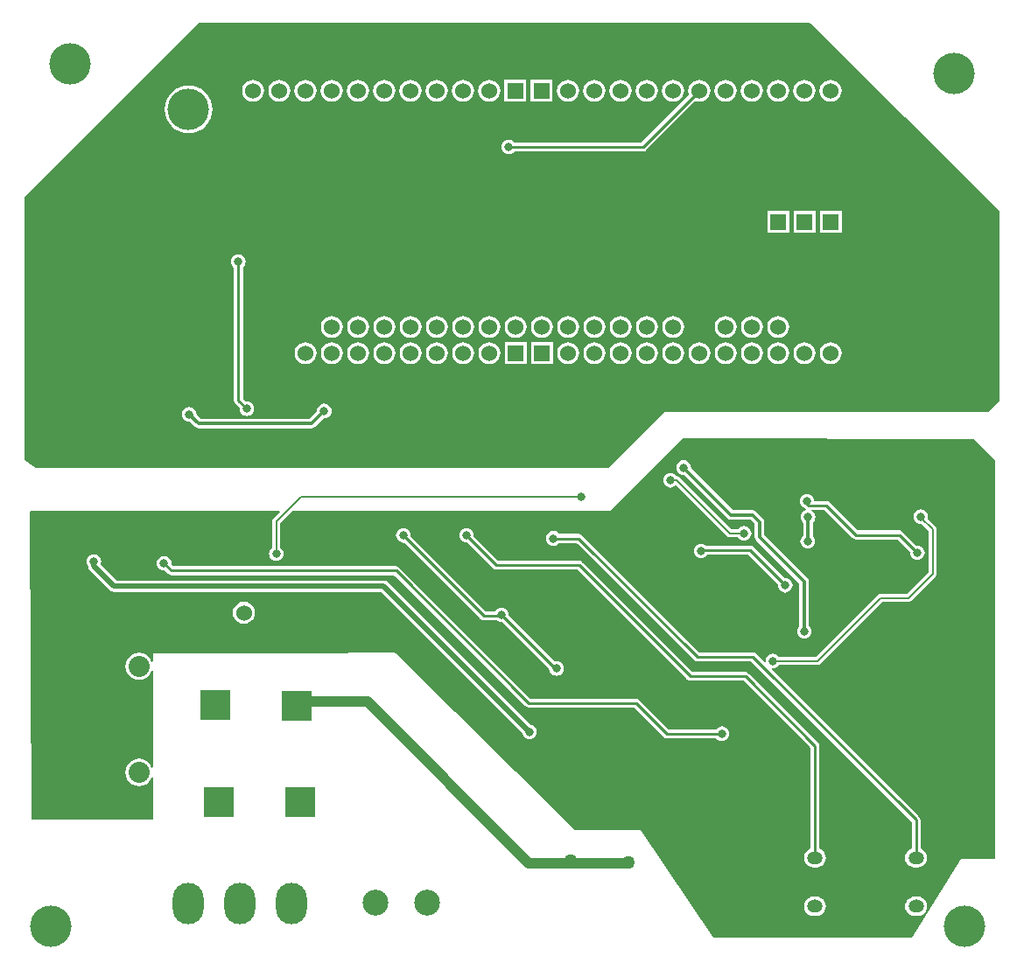
<source format=gbl>
G04*
G04 #@! TF.GenerationSoftware,Altium Limited,Altium Designer,18.0.12 (696)*
G04*
G04 Layer_Physical_Order=2*
G04 Layer_Color=16711680*
%FSLAX25Y25*%
%MOIN*%
G70*
G01*
G75*
%ADD10C,0.01000*%
%ADD47C,0.03937*%
%ADD48C,0.01181*%
%ADD49C,0.01968*%
%ADD50C,0.00600*%
%ADD51C,0.09843*%
%ADD52O,0.11811X0.15748*%
%ADD53R,0.11811X0.11811*%
%ADD54C,0.06000*%
%ADD55C,0.08000*%
%ADD56O,0.06000X0.05000*%
%ADD57R,0.06000X0.06000*%
%ADD58C,0.15748*%
%ADD59C,0.03150*%
%ADD60C,0.05000*%
G36*
X365200Y177400D02*
X365286Y156767D01*
Y105186D01*
X360900Y100800D01*
X237800D01*
X216400Y79400D01*
X-1700D01*
X-6100Y82400D01*
Y182800D01*
X60500Y249300D01*
X292800D01*
X365200Y177400D01*
D02*
G37*
G36*
X355400Y90700D02*
X363700Y82400D01*
Y-69500D01*
X350700D01*
X331900Y-99400D01*
X256400D01*
X228500Y-58500D01*
X203500D01*
X135000Y9200D01*
X99700Y8900D01*
X42900D01*
X42895Y5795D01*
X42405Y5698D01*
X42026Y6613D01*
X41195Y7695D01*
X40113Y8526D01*
X38853Y9048D01*
X37500Y9226D01*
X36147Y9048D01*
X34887Y8526D01*
X33805Y7695D01*
X32974Y6613D01*
X32452Y5353D01*
X32274Y4000D01*
X32452Y2647D01*
X32974Y1387D01*
X33805Y305D01*
X34887Y-526D01*
X36147Y-1048D01*
X37500Y-1226D01*
X38853Y-1048D01*
X40113Y-526D01*
X41195Y305D01*
X42026Y1387D01*
X42399Y2289D01*
X42889Y2191D01*
X42831Y-34551D01*
X42341Y-34648D01*
X42026Y-33887D01*
X41195Y-32805D01*
X40113Y-31974D01*
X38853Y-31452D01*
X37500Y-31274D01*
X36147Y-31452D01*
X34887Y-31974D01*
X33805Y-32805D01*
X32974Y-33887D01*
X32452Y-35148D01*
X32274Y-36500D01*
X32452Y-37853D01*
X32974Y-39113D01*
X33805Y-40195D01*
X34887Y-41026D01*
X36147Y-41548D01*
X37500Y-41726D01*
X38853Y-41548D01*
X40113Y-41026D01*
X41195Y-40195D01*
X42026Y-39113D01*
X42335Y-38366D01*
X42825Y-38464D01*
X42800Y-54400D01*
X36500D01*
X-3497Y-54287D01*
X-3999Y62846D01*
X-3646Y63200D01*
X91011D01*
X91202Y62738D01*
X88732Y60268D01*
X88405Y59778D01*
X88290Y59200D01*
X88290Y59200D01*
Y49215D01*
X87835Y48866D01*
X87393Y48290D01*
X87115Y47619D01*
X87020Y46900D01*
X87115Y46181D01*
X87393Y45510D01*
X87835Y44934D01*
X88410Y44493D01*
X89081Y44215D01*
X89800Y44120D01*
X90519Y44215D01*
X91190Y44493D01*
X91765Y44934D01*
X92207Y45510D01*
X92485Y46181D01*
X92580Y46900D01*
X92485Y47619D01*
X92207Y48290D01*
X91765Y48866D01*
X91310Y49215D01*
Y58574D01*
X95936Y63200D01*
X217400D01*
X244700Y90800D01*
X355400Y90700D01*
D02*
G37*
%LPC*%
G36*
X195081Y227481D02*
X186719D01*
Y219119D01*
X195081D01*
Y227481D01*
D02*
G37*
G36*
X185081D02*
X176719D01*
Y219119D01*
X185081D01*
Y227481D01*
D02*
G37*
G36*
X300900Y227517D02*
X299809Y227374D01*
X298791Y226952D01*
X297918Y226282D01*
X297248Y225409D01*
X296827Y224392D01*
X296683Y223300D01*
X296827Y222208D01*
X297248Y221191D01*
X297918Y220318D01*
X298791Y219648D01*
X299809Y219227D01*
X300900Y219083D01*
X301992Y219227D01*
X303009Y219648D01*
X303882Y220318D01*
X304552Y221191D01*
X304974Y222208D01*
X305117Y223300D01*
X304974Y224392D01*
X304552Y225409D01*
X303882Y226282D01*
X303009Y226952D01*
X301992Y227374D01*
X300900Y227517D01*
D02*
G37*
G36*
X290900D02*
X289809Y227374D01*
X288791Y226952D01*
X287918Y226282D01*
X287248Y225409D01*
X286826Y224392D01*
X286683Y223300D01*
X286826Y222208D01*
X287248Y221191D01*
X287918Y220318D01*
X288791Y219648D01*
X289809Y219227D01*
X290900Y219083D01*
X291991Y219227D01*
X293009Y219648D01*
X293882Y220318D01*
X294552Y221191D01*
X294973Y222208D01*
X295117Y223300D01*
X294973Y224392D01*
X294552Y225409D01*
X293882Y226282D01*
X293009Y226952D01*
X291991Y227374D01*
X290900Y227517D01*
D02*
G37*
G36*
X280900D02*
X279808Y227374D01*
X278791Y226952D01*
X277918Y226282D01*
X277248Y225409D01*
X276827Y224392D01*
X276683Y223300D01*
X276827Y222208D01*
X277248Y221191D01*
X277918Y220318D01*
X278791Y219648D01*
X279808Y219227D01*
X280900Y219083D01*
X281992Y219227D01*
X283009Y219648D01*
X283882Y220318D01*
X284552Y221191D01*
X284974Y222208D01*
X285117Y223300D01*
X284974Y224392D01*
X284552Y225409D01*
X283882Y226282D01*
X283009Y226952D01*
X281992Y227374D01*
X280900Y227517D01*
D02*
G37*
G36*
X270900D02*
X269809Y227374D01*
X268791Y226952D01*
X267918Y226282D01*
X267248Y225409D01*
X266827Y224392D01*
X266683Y223300D01*
X266827Y222208D01*
X267248Y221191D01*
X267918Y220318D01*
X268791Y219648D01*
X269809Y219227D01*
X270900Y219083D01*
X271991Y219227D01*
X273009Y219648D01*
X273882Y220318D01*
X274552Y221191D01*
X274974Y222208D01*
X275117Y223300D01*
X274974Y224392D01*
X274552Y225409D01*
X273882Y226282D01*
X273009Y226952D01*
X271991Y227374D01*
X270900Y227517D01*
D02*
G37*
G36*
X260900D02*
X259808Y227374D01*
X258791Y226952D01*
X257918Y226282D01*
X257248Y225409D01*
X256826Y224392D01*
X256683Y223300D01*
X256826Y222208D01*
X257248Y221191D01*
X257918Y220318D01*
X258791Y219648D01*
X259808Y219227D01*
X260900Y219083D01*
X261992Y219227D01*
X263009Y219648D01*
X263882Y220318D01*
X264552Y221191D01*
X264973Y222208D01*
X265117Y223300D01*
X264973Y224392D01*
X264552Y225409D01*
X263882Y226282D01*
X263009Y226952D01*
X261992Y227374D01*
X260900Y227517D01*
D02*
G37*
G36*
X250900D02*
X249809Y227374D01*
X248791Y226952D01*
X247918Y226282D01*
X247248Y225409D01*
X246827Y224392D01*
X246683Y223300D01*
X246827Y222208D01*
X246990Y221814D01*
X228790Y203614D01*
X180559D01*
X180366Y203866D01*
X179790Y204307D01*
X179119Y204585D01*
X178400Y204680D01*
X177681Y204585D01*
X177010Y204307D01*
X176435Y203866D01*
X175993Y203290D01*
X175715Y202619D01*
X175620Y201900D01*
X175715Y201181D01*
X175993Y200510D01*
X176435Y199934D01*
X177010Y199493D01*
X177681Y199215D01*
X178400Y199120D01*
X179119Y199215D01*
X179790Y199493D01*
X180366Y199934D01*
X180559Y200186D01*
X229500D01*
X230156Y200316D01*
X230712Y200688D01*
X249414Y219390D01*
X249809Y219227D01*
X250900Y219083D01*
X251992Y219227D01*
X253009Y219648D01*
X253882Y220318D01*
X254552Y221191D01*
X254974Y222208D01*
X255117Y223300D01*
X254974Y224392D01*
X254552Y225409D01*
X253882Y226282D01*
X253009Y226952D01*
X251992Y227374D01*
X250900Y227517D01*
D02*
G37*
G36*
X240900D02*
X239809Y227374D01*
X238791Y226952D01*
X237918Y226282D01*
X237248Y225409D01*
X236826Y224392D01*
X236683Y223300D01*
X236826Y222208D01*
X237248Y221191D01*
X237918Y220318D01*
X238791Y219648D01*
X239809Y219227D01*
X240900Y219083D01*
X241991Y219227D01*
X243009Y219648D01*
X243882Y220318D01*
X244552Y221191D01*
X244973Y222208D01*
X245117Y223300D01*
X244973Y224392D01*
X244552Y225409D01*
X243882Y226282D01*
X243009Y226952D01*
X241991Y227374D01*
X240900Y227517D01*
D02*
G37*
G36*
X230900D02*
X229808Y227374D01*
X228791Y226952D01*
X227918Y226282D01*
X227248Y225409D01*
X226827Y224392D01*
X226683Y223300D01*
X226827Y222208D01*
X227248Y221191D01*
X227918Y220318D01*
X228791Y219648D01*
X229808Y219227D01*
X230900Y219083D01*
X231992Y219227D01*
X233009Y219648D01*
X233882Y220318D01*
X234552Y221191D01*
X234974Y222208D01*
X235117Y223300D01*
X234974Y224392D01*
X234552Y225409D01*
X233882Y226282D01*
X233009Y226952D01*
X231992Y227374D01*
X230900Y227517D01*
D02*
G37*
G36*
X220900D02*
X219809Y227374D01*
X218791Y226952D01*
X217918Y226282D01*
X217248Y225409D01*
X216827Y224392D01*
X216683Y223300D01*
X216827Y222208D01*
X217248Y221191D01*
X217918Y220318D01*
X218791Y219648D01*
X219809Y219227D01*
X220900Y219083D01*
X221991Y219227D01*
X223009Y219648D01*
X223882Y220318D01*
X224552Y221191D01*
X224974Y222208D01*
X225117Y223300D01*
X224974Y224392D01*
X224552Y225409D01*
X223882Y226282D01*
X223009Y226952D01*
X221991Y227374D01*
X220900Y227517D01*
D02*
G37*
G36*
X210900D02*
X209808Y227374D01*
X208791Y226952D01*
X207918Y226282D01*
X207248Y225409D01*
X206826Y224392D01*
X206683Y223300D01*
X206826Y222208D01*
X207248Y221191D01*
X207918Y220318D01*
X208791Y219648D01*
X209808Y219227D01*
X210900Y219083D01*
X211992Y219227D01*
X213009Y219648D01*
X213882Y220318D01*
X214552Y221191D01*
X214973Y222208D01*
X215117Y223300D01*
X214973Y224392D01*
X214552Y225409D01*
X213882Y226282D01*
X213009Y226952D01*
X211992Y227374D01*
X210900Y227517D01*
D02*
G37*
G36*
X200900D02*
X199809Y227374D01*
X198791Y226952D01*
X197918Y226282D01*
X197248Y225409D01*
X196827Y224392D01*
X196683Y223300D01*
X196827Y222208D01*
X197248Y221191D01*
X197918Y220318D01*
X198791Y219648D01*
X199809Y219227D01*
X200900Y219083D01*
X201992Y219227D01*
X203009Y219648D01*
X203882Y220318D01*
X204552Y221191D01*
X204974Y222208D01*
X205117Y223300D01*
X204974Y224392D01*
X204552Y225409D01*
X203882Y226282D01*
X203009Y226952D01*
X201992Y227374D01*
X200900Y227517D01*
D02*
G37*
G36*
X170900D02*
X169808Y227374D01*
X168791Y226952D01*
X167918Y226282D01*
X167248Y225409D01*
X166826Y224392D01*
X166683Y223300D01*
X166826Y222208D01*
X167248Y221191D01*
X167918Y220318D01*
X168791Y219648D01*
X169808Y219227D01*
X170900Y219083D01*
X171992Y219227D01*
X173009Y219648D01*
X173882Y220318D01*
X174552Y221191D01*
X174973Y222208D01*
X175117Y223300D01*
X174973Y224392D01*
X174552Y225409D01*
X173882Y226282D01*
X173009Y226952D01*
X171992Y227374D01*
X170900Y227517D01*
D02*
G37*
G36*
X160900D02*
X159809Y227374D01*
X158791Y226952D01*
X157918Y226282D01*
X157248Y225409D01*
X156826Y224392D01*
X156683Y223300D01*
X156826Y222208D01*
X157248Y221191D01*
X157918Y220318D01*
X158791Y219648D01*
X159809Y219227D01*
X160900Y219083D01*
X161992Y219227D01*
X163009Y219648D01*
X163882Y220318D01*
X164552Y221191D01*
X164973Y222208D01*
X165117Y223300D01*
X164973Y224392D01*
X164552Y225409D01*
X163882Y226282D01*
X163009Y226952D01*
X161992Y227374D01*
X160900Y227517D01*
D02*
G37*
G36*
X150900D02*
X149809Y227374D01*
X148791Y226952D01*
X147918Y226282D01*
X147248Y225409D01*
X146827Y224392D01*
X146683Y223300D01*
X146827Y222208D01*
X147248Y221191D01*
X147918Y220318D01*
X148791Y219648D01*
X149809Y219227D01*
X150900Y219083D01*
X151991Y219227D01*
X153009Y219648D01*
X153882Y220318D01*
X154552Y221191D01*
X154973Y222208D01*
X155117Y223300D01*
X154973Y224392D01*
X154552Y225409D01*
X153882Y226282D01*
X153009Y226952D01*
X151991Y227374D01*
X150900Y227517D01*
D02*
G37*
G36*
X140900D02*
X139808Y227374D01*
X138791Y226952D01*
X137918Y226282D01*
X137248Y225409D01*
X136827Y224392D01*
X136683Y223300D01*
X136827Y222208D01*
X137248Y221191D01*
X137918Y220318D01*
X138791Y219648D01*
X139808Y219227D01*
X140900Y219083D01*
X141991Y219227D01*
X143009Y219648D01*
X143882Y220318D01*
X144552Y221191D01*
X144974Y222208D01*
X145117Y223300D01*
X144974Y224392D01*
X144552Y225409D01*
X143882Y226282D01*
X143009Y226952D01*
X141991Y227374D01*
X140900Y227517D01*
D02*
G37*
G36*
X130900D02*
X129808Y227374D01*
X128791Y226952D01*
X127918Y226282D01*
X127248Y225409D01*
X126827Y224392D01*
X126683Y223300D01*
X126827Y222208D01*
X127248Y221191D01*
X127918Y220318D01*
X128791Y219648D01*
X129808Y219227D01*
X130900Y219083D01*
X131992Y219227D01*
X133009Y219648D01*
X133882Y220318D01*
X134552Y221191D01*
X134974Y222208D01*
X135117Y223300D01*
X134974Y224392D01*
X134552Y225409D01*
X133882Y226282D01*
X133009Y226952D01*
X131992Y227374D01*
X130900Y227517D01*
D02*
G37*
G36*
X120900D02*
X119808Y227374D01*
X118791Y226952D01*
X117918Y226282D01*
X117248Y225409D01*
X116826Y224392D01*
X116683Y223300D01*
X116826Y222208D01*
X117248Y221191D01*
X117918Y220318D01*
X118791Y219648D01*
X119808Y219227D01*
X120900Y219083D01*
X121992Y219227D01*
X123009Y219648D01*
X123882Y220318D01*
X124552Y221191D01*
X124973Y222208D01*
X125117Y223300D01*
X124973Y224392D01*
X124552Y225409D01*
X123882Y226282D01*
X123009Y226952D01*
X121992Y227374D01*
X120900Y227517D01*
D02*
G37*
G36*
X110900D02*
X109809Y227374D01*
X108791Y226952D01*
X107918Y226282D01*
X107248Y225409D01*
X106826Y224392D01*
X106683Y223300D01*
X106826Y222208D01*
X107248Y221191D01*
X107918Y220318D01*
X108791Y219648D01*
X109809Y219227D01*
X110900Y219083D01*
X111992Y219227D01*
X113009Y219648D01*
X113882Y220318D01*
X114552Y221191D01*
X114973Y222208D01*
X115117Y223300D01*
X114973Y224392D01*
X114552Y225409D01*
X113882Y226282D01*
X113009Y226952D01*
X111992Y227374D01*
X110900Y227517D01*
D02*
G37*
G36*
X100900D02*
X99809Y227374D01*
X98791Y226952D01*
X97918Y226282D01*
X97248Y225409D01*
X96826Y224392D01*
X96683Y223300D01*
X96826Y222208D01*
X97248Y221191D01*
X97918Y220318D01*
X98791Y219648D01*
X99809Y219227D01*
X100900Y219083D01*
X101991Y219227D01*
X103009Y219648D01*
X103882Y220318D01*
X104552Y221191D01*
X104973Y222208D01*
X105117Y223300D01*
X104973Y224392D01*
X104552Y225409D01*
X103882Y226282D01*
X103009Y226952D01*
X101991Y227374D01*
X100900Y227517D01*
D02*
G37*
G36*
X91000D02*
X89908Y227374D01*
X88891Y226952D01*
X88018Y226282D01*
X87348Y225409D01*
X86927Y224392D01*
X86783Y223300D01*
X86927Y222208D01*
X87348Y221191D01*
X88018Y220318D01*
X88891Y219648D01*
X89908Y219227D01*
X91000Y219083D01*
X92092Y219227D01*
X93109Y219648D01*
X93982Y220318D01*
X94652Y221191D01*
X95073Y222208D01*
X95217Y223300D01*
X95073Y224392D01*
X94652Y225409D01*
X93982Y226282D01*
X93109Y226952D01*
X92092Y227374D01*
X91000Y227517D01*
D02*
G37*
G36*
X81000D02*
X79909Y227374D01*
X78891Y226952D01*
X78018Y226282D01*
X77348Y225409D01*
X76926Y224392D01*
X76783Y223300D01*
X76926Y222208D01*
X77348Y221191D01*
X78018Y220318D01*
X78891Y219648D01*
X79909Y219227D01*
X81000Y219083D01*
X82091Y219227D01*
X83109Y219648D01*
X83982Y220318D01*
X84652Y221191D01*
X85074Y222208D01*
X85217Y223300D01*
X85074Y224392D01*
X84652Y225409D01*
X83982Y226282D01*
X83109Y226952D01*
X82091Y227374D01*
X81000Y227517D01*
D02*
G37*
G36*
X56400Y225299D02*
X54625Y225124D01*
X52918Y224606D01*
X51345Y223765D01*
X49966Y222634D01*
X48834Y221255D01*
X47994Y219682D01*
X47476Y217975D01*
X47301Y216200D01*
X47476Y214425D01*
X47994Y212718D01*
X48834Y211145D01*
X49966Y209766D01*
X51345Y208634D01*
X52918Y207794D01*
X54625Y207276D01*
X56400Y207101D01*
X58175Y207276D01*
X59882Y207794D01*
X61455Y208634D01*
X62834Y209766D01*
X63965Y211145D01*
X64806Y212718D01*
X65324Y214425D01*
X65499Y216200D01*
X65324Y217975D01*
X64806Y219682D01*
X63965Y221255D01*
X62834Y222634D01*
X61455Y223765D01*
X59882Y224606D01*
X58175Y225124D01*
X56400Y225299D01*
D02*
G37*
G36*
X305181Y177481D02*
X296819D01*
Y169119D01*
X305181D01*
Y177481D01*
D02*
G37*
G36*
X295181D02*
X286819D01*
Y169119D01*
X295181D01*
Y177481D01*
D02*
G37*
G36*
X285181D02*
X276819D01*
Y169119D01*
X285181D01*
Y177481D01*
D02*
G37*
G36*
X281000Y137517D02*
X279908Y137373D01*
X278891Y136952D01*
X278018Y136282D01*
X277348Y135409D01*
X276926Y134391D01*
X276783Y133300D01*
X276926Y132209D01*
X277348Y131191D01*
X278018Y130318D01*
X278891Y129648D01*
X279908Y129227D01*
X281000Y129083D01*
X282091Y129227D01*
X283109Y129648D01*
X283982Y130318D01*
X284652Y131191D01*
X285073Y132209D01*
X285217Y133300D01*
X285073Y134391D01*
X284652Y135409D01*
X283982Y136282D01*
X283109Y136952D01*
X282091Y137373D01*
X281000Y137517D01*
D02*
G37*
G36*
X271000D02*
X269908Y137373D01*
X268891Y136952D01*
X268018Y136282D01*
X267348Y135409D01*
X266927Y134391D01*
X266783Y133300D01*
X266927Y132209D01*
X267348Y131191D01*
X268018Y130318D01*
X268891Y129648D01*
X269908Y129227D01*
X271000Y129083D01*
X272092Y129227D01*
X273109Y129648D01*
X273982Y130318D01*
X274652Y131191D01*
X275074Y132209D01*
X275217Y133300D01*
X275074Y134391D01*
X274652Y135409D01*
X273982Y136282D01*
X273109Y136952D01*
X272092Y137373D01*
X271000Y137517D01*
D02*
G37*
G36*
X261000D02*
X259909Y137373D01*
X258891Y136952D01*
X258018Y136282D01*
X257348Y135409D01*
X256926Y134391D01*
X256783Y133300D01*
X256926Y132209D01*
X257348Y131191D01*
X258018Y130318D01*
X258891Y129648D01*
X259909Y129227D01*
X261000Y129083D01*
X262091Y129227D01*
X263109Y129648D01*
X263982Y130318D01*
X264652Y131191D01*
X265073Y132209D01*
X265217Y133300D01*
X265073Y134391D01*
X264652Y135409D01*
X263982Y136282D01*
X263109Y136952D01*
X262091Y137373D01*
X261000Y137517D01*
D02*
G37*
G36*
X241000D02*
X239909Y137373D01*
X238891Y136952D01*
X238018Y136282D01*
X237348Y135409D01*
X236927Y134391D01*
X236783Y133300D01*
X236927Y132209D01*
X237348Y131191D01*
X238018Y130318D01*
X238891Y129648D01*
X239909Y129227D01*
X241000Y129083D01*
X242091Y129227D01*
X243109Y129648D01*
X243982Y130318D01*
X244652Y131191D01*
X245074Y132209D01*
X245217Y133300D01*
X245074Y134391D01*
X244652Y135409D01*
X243982Y136282D01*
X243109Y136952D01*
X242091Y137373D01*
X241000Y137517D01*
D02*
G37*
G36*
X231000D02*
X229908Y137373D01*
X228891Y136952D01*
X228018Y136282D01*
X227348Y135409D01*
X226926Y134391D01*
X226783Y133300D01*
X226926Y132209D01*
X227348Y131191D01*
X228018Y130318D01*
X228891Y129648D01*
X229908Y129227D01*
X231000Y129083D01*
X232091Y129227D01*
X233109Y129648D01*
X233982Y130318D01*
X234652Y131191D01*
X235073Y132209D01*
X235217Y133300D01*
X235073Y134391D01*
X234652Y135409D01*
X233982Y136282D01*
X233109Y136952D01*
X232091Y137373D01*
X231000Y137517D01*
D02*
G37*
G36*
X221000D02*
X219908Y137373D01*
X218891Y136952D01*
X218018Y136282D01*
X217348Y135409D01*
X216927Y134391D01*
X216783Y133300D01*
X216927Y132209D01*
X217348Y131191D01*
X218018Y130318D01*
X218891Y129648D01*
X219908Y129227D01*
X221000Y129083D01*
X222092Y129227D01*
X223109Y129648D01*
X223982Y130318D01*
X224652Y131191D01*
X225074Y132209D01*
X225217Y133300D01*
X225074Y134391D01*
X224652Y135409D01*
X223982Y136282D01*
X223109Y136952D01*
X222092Y137373D01*
X221000Y137517D01*
D02*
G37*
G36*
X211000D02*
X209909Y137373D01*
X208891Y136952D01*
X208018Y136282D01*
X207348Y135409D01*
X206926Y134391D01*
X206783Y133300D01*
X206926Y132209D01*
X207348Y131191D01*
X208018Y130318D01*
X208891Y129648D01*
X209909Y129227D01*
X211000Y129083D01*
X212091Y129227D01*
X213109Y129648D01*
X213982Y130318D01*
X214652Y131191D01*
X215073Y132209D01*
X215217Y133300D01*
X215073Y134391D01*
X214652Y135409D01*
X213982Y136282D01*
X213109Y136952D01*
X212091Y137373D01*
X211000Y137517D01*
D02*
G37*
G36*
X201000D02*
X199908Y137373D01*
X198891Y136952D01*
X198018Y136282D01*
X197348Y135409D01*
X196926Y134391D01*
X196783Y133300D01*
X196926Y132209D01*
X197348Y131191D01*
X198018Y130318D01*
X198891Y129648D01*
X199908Y129227D01*
X201000Y129083D01*
X202092Y129227D01*
X203109Y129648D01*
X203982Y130318D01*
X204652Y131191D01*
X205073Y132209D01*
X205217Y133300D01*
X205073Y134391D01*
X204652Y135409D01*
X203982Y136282D01*
X203109Y136952D01*
X202092Y137373D01*
X201000Y137517D01*
D02*
G37*
G36*
X191000D02*
X189909Y137373D01*
X188891Y136952D01*
X188018Y136282D01*
X187348Y135409D01*
X186926Y134391D01*
X186783Y133300D01*
X186926Y132209D01*
X187348Y131191D01*
X188018Y130318D01*
X188891Y129648D01*
X189909Y129227D01*
X191000Y129083D01*
X192092Y129227D01*
X193109Y129648D01*
X193982Y130318D01*
X194652Y131191D01*
X195073Y132209D01*
X195217Y133300D01*
X195073Y134391D01*
X194652Y135409D01*
X193982Y136282D01*
X193109Y136952D01*
X192092Y137373D01*
X191000Y137517D01*
D02*
G37*
G36*
X181000D02*
X179909Y137373D01*
X178891Y136952D01*
X178018Y136282D01*
X177348Y135409D01*
X176927Y134391D01*
X176783Y133300D01*
X176927Y132209D01*
X177348Y131191D01*
X178018Y130318D01*
X178891Y129648D01*
X179909Y129227D01*
X181000Y129083D01*
X182091Y129227D01*
X183109Y129648D01*
X183982Y130318D01*
X184652Y131191D01*
X185073Y132209D01*
X185217Y133300D01*
X185073Y134391D01*
X184652Y135409D01*
X183982Y136282D01*
X183109Y136952D01*
X182091Y137373D01*
X181000Y137517D01*
D02*
G37*
G36*
X171000D02*
X169908Y137373D01*
X168891Y136952D01*
X168018Y136282D01*
X167348Y135409D01*
X166927Y134391D01*
X166783Y133300D01*
X166927Y132209D01*
X167348Y131191D01*
X168018Y130318D01*
X168891Y129648D01*
X169908Y129227D01*
X171000Y129083D01*
X172091Y129227D01*
X173109Y129648D01*
X173982Y130318D01*
X174652Y131191D01*
X175074Y132209D01*
X175217Y133300D01*
X175074Y134391D01*
X174652Y135409D01*
X173982Y136282D01*
X173109Y136952D01*
X172091Y137373D01*
X171000Y137517D01*
D02*
G37*
G36*
X161000D02*
X159908Y137373D01*
X158891Y136952D01*
X158018Y136282D01*
X157348Y135409D01*
X156927Y134391D01*
X156783Y133300D01*
X156927Y132209D01*
X157348Y131191D01*
X158018Y130318D01*
X158891Y129648D01*
X159908Y129227D01*
X161000Y129083D01*
X162092Y129227D01*
X163109Y129648D01*
X163982Y130318D01*
X164652Y131191D01*
X165074Y132209D01*
X165217Y133300D01*
X165074Y134391D01*
X164652Y135409D01*
X163982Y136282D01*
X163109Y136952D01*
X162092Y137373D01*
X161000Y137517D01*
D02*
G37*
G36*
X151000D02*
X149908Y137373D01*
X148891Y136952D01*
X148018Y136282D01*
X147348Y135409D01*
X146926Y134391D01*
X146783Y133300D01*
X146926Y132209D01*
X147348Y131191D01*
X148018Y130318D01*
X148891Y129648D01*
X149908Y129227D01*
X151000Y129083D01*
X152092Y129227D01*
X153109Y129648D01*
X153982Y130318D01*
X154652Y131191D01*
X155073Y132209D01*
X155217Y133300D01*
X155073Y134391D01*
X154652Y135409D01*
X153982Y136282D01*
X153109Y136952D01*
X152092Y137373D01*
X151000Y137517D01*
D02*
G37*
G36*
X141000D02*
X139909Y137373D01*
X138891Y136952D01*
X138018Y136282D01*
X137348Y135409D01*
X136926Y134391D01*
X136783Y133300D01*
X136926Y132209D01*
X137348Y131191D01*
X138018Y130318D01*
X138891Y129648D01*
X139909Y129227D01*
X141000Y129083D01*
X142092Y129227D01*
X143109Y129648D01*
X143982Y130318D01*
X144652Y131191D01*
X145073Y132209D01*
X145217Y133300D01*
X145073Y134391D01*
X144652Y135409D01*
X143982Y136282D01*
X143109Y136952D01*
X142092Y137373D01*
X141000Y137517D01*
D02*
G37*
G36*
X131000D02*
X129909Y137373D01*
X128891Y136952D01*
X128018Y136282D01*
X127348Y135409D01*
X126927Y134391D01*
X126783Y133300D01*
X126927Y132209D01*
X127348Y131191D01*
X128018Y130318D01*
X128891Y129648D01*
X129909Y129227D01*
X131000Y129083D01*
X132091Y129227D01*
X133109Y129648D01*
X133982Y130318D01*
X134652Y131191D01*
X135073Y132209D01*
X135217Y133300D01*
X135073Y134391D01*
X134652Y135409D01*
X133982Y136282D01*
X133109Y136952D01*
X132091Y137373D01*
X131000Y137517D01*
D02*
G37*
G36*
X121000D02*
X119908Y137373D01*
X118891Y136952D01*
X118018Y136282D01*
X117348Y135409D01*
X116927Y134391D01*
X116783Y133300D01*
X116927Y132209D01*
X117348Y131191D01*
X118018Y130318D01*
X118891Y129648D01*
X119908Y129227D01*
X121000Y129083D01*
X122091Y129227D01*
X123109Y129648D01*
X123982Y130318D01*
X124652Y131191D01*
X125074Y132209D01*
X125217Y133300D01*
X125074Y134391D01*
X124652Y135409D01*
X123982Y136282D01*
X123109Y136952D01*
X122091Y137373D01*
X121000Y137517D01*
D02*
G37*
G36*
X111000D02*
X109908Y137373D01*
X108891Y136952D01*
X108018Y136282D01*
X107348Y135409D01*
X106927Y134391D01*
X106783Y133300D01*
X106927Y132209D01*
X107348Y131191D01*
X108018Y130318D01*
X108891Y129648D01*
X109908Y129227D01*
X111000Y129083D01*
X112092Y129227D01*
X113109Y129648D01*
X113982Y130318D01*
X114652Y131191D01*
X115074Y132209D01*
X115217Y133300D01*
X115074Y134391D01*
X114652Y135409D01*
X113982Y136282D01*
X113109Y136952D01*
X112092Y137373D01*
X111000Y137517D01*
D02*
G37*
G36*
X195181Y127481D02*
X186819D01*
Y119119D01*
X195181D01*
Y127481D01*
D02*
G37*
G36*
X185181D02*
X176819D01*
Y119119D01*
X185181D01*
Y127481D01*
D02*
G37*
G36*
X301000Y127517D02*
X299908Y127374D01*
X298891Y126952D01*
X298018Y126282D01*
X297348Y125409D01*
X296926Y124391D01*
X296783Y123300D01*
X296926Y122208D01*
X297348Y121191D01*
X298018Y120318D01*
X298891Y119648D01*
X299908Y119227D01*
X301000Y119083D01*
X302092Y119227D01*
X303109Y119648D01*
X303982Y120318D01*
X304652Y121191D01*
X305073Y122208D01*
X305217Y123300D01*
X305073Y124391D01*
X304652Y125409D01*
X303982Y126282D01*
X303109Y126952D01*
X302092Y127374D01*
X301000Y127517D01*
D02*
G37*
G36*
X291000D02*
X289909Y127374D01*
X288891Y126952D01*
X288018Y126282D01*
X287348Y125409D01*
X286927Y124391D01*
X286783Y123300D01*
X286927Y122208D01*
X287348Y121191D01*
X288018Y120318D01*
X288891Y119648D01*
X289909Y119227D01*
X291000Y119083D01*
X292091Y119227D01*
X293109Y119648D01*
X293982Y120318D01*
X294652Y121191D01*
X295074Y122208D01*
X295217Y123300D01*
X295074Y124391D01*
X294652Y125409D01*
X293982Y126282D01*
X293109Y126952D01*
X292091Y127374D01*
X291000Y127517D01*
D02*
G37*
G36*
X281000D02*
X279908Y127374D01*
X278891Y126952D01*
X278018Y126282D01*
X277348Y125409D01*
X276926Y124391D01*
X276783Y123300D01*
X276926Y122208D01*
X277348Y121191D01*
X278018Y120318D01*
X278891Y119648D01*
X279908Y119227D01*
X281000Y119083D01*
X282091Y119227D01*
X283109Y119648D01*
X283982Y120318D01*
X284652Y121191D01*
X285073Y122208D01*
X285217Y123300D01*
X285073Y124391D01*
X284652Y125409D01*
X283982Y126282D01*
X283109Y126952D01*
X282091Y127374D01*
X281000Y127517D01*
D02*
G37*
G36*
X271000D02*
X269908Y127374D01*
X268891Y126952D01*
X268018Y126282D01*
X267348Y125409D01*
X266927Y124391D01*
X266783Y123300D01*
X266927Y122208D01*
X267348Y121191D01*
X268018Y120318D01*
X268891Y119648D01*
X269908Y119227D01*
X271000Y119083D01*
X272092Y119227D01*
X273109Y119648D01*
X273982Y120318D01*
X274652Y121191D01*
X275074Y122208D01*
X275217Y123300D01*
X275074Y124391D01*
X274652Y125409D01*
X273982Y126282D01*
X273109Y126952D01*
X272092Y127374D01*
X271000Y127517D01*
D02*
G37*
G36*
X261000D02*
X259909Y127374D01*
X258891Y126952D01*
X258018Y126282D01*
X257348Y125409D01*
X256926Y124391D01*
X256783Y123300D01*
X256926Y122208D01*
X257348Y121191D01*
X258018Y120318D01*
X258891Y119648D01*
X259909Y119227D01*
X261000Y119083D01*
X262091Y119227D01*
X263109Y119648D01*
X263982Y120318D01*
X264652Y121191D01*
X265073Y122208D01*
X265217Y123300D01*
X265073Y124391D01*
X264652Y125409D01*
X263982Y126282D01*
X263109Y126952D01*
X262091Y127374D01*
X261000Y127517D01*
D02*
G37*
G36*
X251000D02*
X249908Y127374D01*
X248891Y126952D01*
X248018Y126282D01*
X247348Y125409D01*
X246926Y124391D01*
X246783Y123300D01*
X246926Y122208D01*
X247348Y121191D01*
X248018Y120318D01*
X248891Y119648D01*
X249908Y119227D01*
X251000Y119083D01*
X252092Y119227D01*
X253109Y119648D01*
X253982Y120318D01*
X254652Y121191D01*
X255073Y122208D01*
X255217Y123300D01*
X255073Y124391D01*
X254652Y125409D01*
X253982Y126282D01*
X253109Y126952D01*
X252092Y127374D01*
X251000Y127517D01*
D02*
G37*
G36*
X241000D02*
X239909Y127374D01*
X238891Y126952D01*
X238018Y126282D01*
X237348Y125409D01*
X236927Y124391D01*
X236783Y123300D01*
X236927Y122208D01*
X237348Y121191D01*
X238018Y120318D01*
X238891Y119648D01*
X239909Y119227D01*
X241000Y119083D01*
X242091Y119227D01*
X243109Y119648D01*
X243982Y120318D01*
X244652Y121191D01*
X245074Y122208D01*
X245217Y123300D01*
X245074Y124391D01*
X244652Y125409D01*
X243982Y126282D01*
X243109Y126952D01*
X242091Y127374D01*
X241000Y127517D01*
D02*
G37*
G36*
X231000D02*
X229908Y127374D01*
X228891Y126952D01*
X228018Y126282D01*
X227348Y125409D01*
X226926Y124391D01*
X226783Y123300D01*
X226926Y122208D01*
X227348Y121191D01*
X228018Y120318D01*
X228891Y119648D01*
X229908Y119227D01*
X231000Y119083D01*
X232091Y119227D01*
X233109Y119648D01*
X233982Y120318D01*
X234652Y121191D01*
X235073Y122208D01*
X235217Y123300D01*
X235073Y124391D01*
X234652Y125409D01*
X233982Y126282D01*
X233109Y126952D01*
X232091Y127374D01*
X231000Y127517D01*
D02*
G37*
G36*
X221000D02*
X219908Y127374D01*
X218891Y126952D01*
X218018Y126282D01*
X217348Y125409D01*
X216927Y124391D01*
X216783Y123300D01*
X216927Y122208D01*
X217348Y121191D01*
X218018Y120318D01*
X218891Y119648D01*
X219908Y119227D01*
X221000Y119083D01*
X222092Y119227D01*
X223109Y119648D01*
X223982Y120318D01*
X224652Y121191D01*
X225074Y122208D01*
X225217Y123300D01*
X225074Y124391D01*
X224652Y125409D01*
X223982Y126282D01*
X223109Y126952D01*
X222092Y127374D01*
X221000Y127517D01*
D02*
G37*
G36*
X211000D02*
X209909Y127374D01*
X208891Y126952D01*
X208018Y126282D01*
X207348Y125409D01*
X206926Y124391D01*
X206783Y123300D01*
X206926Y122208D01*
X207348Y121191D01*
X208018Y120318D01*
X208891Y119648D01*
X209909Y119227D01*
X211000Y119083D01*
X212091Y119227D01*
X213109Y119648D01*
X213982Y120318D01*
X214652Y121191D01*
X215073Y122208D01*
X215217Y123300D01*
X215073Y124391D01*
X214652Y125409D01*
X213982Y126282D01*
X213109Y126952D01*
X212091Y127374D01*
X211000Y127517D01*
D02*
G37*
G36*
X201000D02*
X199908Y127374D01*
X198891Y126952D01*
X198018Y126282D01*
X197348Y125409D01*
X196926Y124391D01*
X196783Y123300D01*
X196926Y122208D01*
X197348Y121191D01*
X198018Y120318D01*
X198891Y119648D01*
X199908Y119227D01*
X201000Y119083D01*
X202092Y119227D01*
X203109Y119648D01*
X203982Y120318D01*
X204652Y121191D01*
X205073Y122208D01*
X205217Y123300D01*
X205073Y124391D01*
X204652Y125409D01*
X203982Y126282D01*
X203109Y126952D01*
X202092Y127374D01*
X201000Y127517D01*
D02*
G37*
G36*
X171000D02*
X169908Y127374D01*
X168891Y126952D01*
X168018Y126282D01*
X167348Y125409D01*
X166927Y124391D01*
X166783Y123300D01*
X166927Y122208D01*
X167348Y121191D01*
X168018Y120318D01*
X168891Y119648D01*
X169908Y119227D01*
X171000Y119083D01*
X172091Y119227D01*
X173109Y119648D01*
X173982Y120318D01*
X174652Y121191D01*
X175074Y122208D01*
X175217Y123300D01*
X175074Y124391D01*
X174652Y125409D01*
X173982Y126282D01*
X173109Y126952D01*
X172091Y127374D01*
X171000Y127517D01*
D02*
G37*
G36*
X161000D02*
X159908Y127374D01*
X158891Y126952D01*
X158018Y126282D01*
X157348Y125409D01*
X156927Y124391D01*
X156783Y123300D01*
X156927Y122208D01*
X157348Y121191D01*
X158018Y120318D01*
X158891Y119648D01*
X159908Y119227D01*
X161000Y119083D01*
X162092Y119227D01*
X163109Y119648D01*
X163982Y120318D01*
X164652Y121191D01*
X165074Y122208D01*
X165217Y123300D01*
X165074Y124391D01*
X164652Y125409D01*
X163982Y126282D01*
X163109Y126952D01*
X162092Y127374D01*
X161000Y127517D01*
D02*
G37*
G36*
X151000D02*
X149908Y127374D01*
X148891Y126952D01*
X148018Y126282D01*
X147348Y125409D01*
X146926Y124391D01*
X146783Y123300D01*
X146926Y122208D01*
X147348Y121191D01*
X148018Y120318D01*
X148891Y119648D01*
X149908Y119227D01*
X151000Y119083D01*
X152092Y119227D01*
X153109Y119648D01*
X153982Y120318D01*
X154652Y121191D01*
X155073Y122208D01*
X155217Y123300D01*
X155073Y124391D01*
X154652Y125409D01*
X153982Y126282D01*
X153109Y126952D01*
X152092Y127374D01*
X151000Y127517D01*
D02*
G37*
G36*
X141000D02*
X139909Y127374D01*
X138891Y126952D01*
X138018Y126282D01*
X137348Y125409D01*
X136926Y124391D01*
X136783Y123300D01*
X136926Y122208D01*
X137348Y121191D01*
X138018Y120318D01*
X138891Y119648D01*
X139909Y119227D01*
X141000Y119083D01*
X142092Y119227D01*
X143109Y119648D01*
X143982Y120318D01*
X144652Y121191D01*
X145073Y122208D01*
X145217Y123300D01*
X145073Y124391D01*
X144652Y125409D01*
X143982Y126282D01*
X143109Y126952D01*
X142092Y127374D01*
X141000Y127517D01*
D02*
G37*
G36*
X131000D02*
X129909Y127374D01*
X128891Y126952D01*
X128018Y126282D01*
X127348Y125409D01*
X126927Y124391D01*
X126783Y123300D01*
X126927Y122208D01*
X127348Y121191D01*
X128018Y120318D01*
X128891Y119648D01*
X129909Y119227D01*
X131000Y119083D01*
X132091Y119227D01*
X133109Y119648D01*
X133982Y120318D01*
X134652Y121191D01*
X135073Y122208D01*
X135217Y123300D01*
X135073Y124391D01*
X134652Y125409D01*
X133982Y126282D01*
X133109Y126952D01*
X132091Y127374D01*
X131000Y127517D01*
D02*
G37*
G36*
X121000D02*
X119908Y127374D01*
X118891Y126952D01*
X118018Y126282D01*
X117348Y125409D01*
X116927Y124391D01*
X116783Y123300D01*
X116927Y122208D01*
X117348Y121191D01*
X118018Y120318D01*
X118891Y119648D01*
X119908Y119227D01*
X121000Y119083D01*
X122091Y119227D01*
X123109Y119648D01*
X123982Y120318D01*
X124652Y121191D01*
X125074Y122208D01*
X125217Y123300D01*
X125074Y124391D01*
X124652Y125409D01*
X123982Y126282D01*
X123109Y126952D01*
X122091Y127374D01*
X121000Y127517D01*
D02*
G37*
G36*
X111000D02*
X109908Y127374D01*
X108891Y126952D01*
X108018Y126282D01*
X107348Y125409D01*
X106927Y124391D01*
X106783Y123300D01*
X106927Y122208D01*
X107348Y121191D01*
X108018Y120318D01*
X108891Y119648D01*
X109908Y119227D01*
X111000Y119083D01*
X112092Y119227D01*
X113109Y119648D01*
X113982Y120318D01*
X114652Y121191D01*
X115074Y122208D01*
X115217Y123300D01*
X115074Y124391D01*
X114652Y125409D01*
X113982Y126282D01*
X113109Y126952D01*
X112092Y127374D01*
X111000Y127517D01*
D02*
G37*
G36*
X101000D02*
X99909Y127374D01*
X98891Y126952D01*
X98018Y126282D01*
X97348Y125409D01*
X96926Y124391D01*
X96783Y123300D01*
X96926Y122208D01*
X97348Y121191D01*
X98018Y120318D01*
X98891Y119648D01*
X99909Y119227D01*
X101000Y119083D01*
X102092Y119227D01*
X103109Y119648D01*
X103982Y120318D01*
X104652Y121191D01*
X105073Y122208D01*
X105217Y123300D01*
X105073Y124391D01*
X104652Y125409D01*
X103982Y126282D01*
X103109Y126952D01*
X102092Y127374D01*
X101000Y127517D01*
D02*
G37*
G36*
X75400Y160980D02*
X74681Y160885D01*
X74010Y160607D01*
X73435Y160166D01*
X72993Y159590D01*
X72715Y158919D01*
X72620Y158200D01*
X72715Y157481D01*
X72993Y156810D01*
X73435Y156235D01*
X73686Y156042D01*
Y105300D01*
X73816Y104644D01*
X74188Y104088D01*
X75862Y102414D01*
X75820Y102100D01*
X75915Y101381D01*
X76193Y100710D01*
X76635Y100135D01*
X77210Y99693D01*
X77881Y99415D01*
X78600Y99320D01*
X79319Y99415D01*
X79990Y99693D01*
X80566Y100135D01*
X81007Y100710D01*
X81285Y101381D01*
X81380Y102100D01*
X81285Y102819D01*
X81007Y103490D01*
X80566Y104066D01*
X79990Y104507D01*
X79319Y104785D01*
X78600Y104880D01*
X78286Y104838D01*
X77114Y106010D01*
Y156042D01*
X77365Y156235D01*
X77807Y156810D01*
X78085Y157481D01*
X78180Y158200D01*
X78085Y158919D01*
X77807Y159590D01*
X77365Y160166D01*
X76790Y160607D01*
X76119Y160885D01*
X75400Y160980D01*
D02*
G37*
G36*
X108100Y104080D02*
X107381Y103985D01*
X106710Y103707D01*
X106134Y103266D01*
X105693Y102690D01*
X105415Y102019D01*
X105320Y101300D01*
X105347Y101101D01*
X102552Y98306D01*
X60948D01*
X59453Y99801D01*
X59480Y100000D01*
X59385Y100719D01*
X59107Y101390D01*
X58666Y101965D01*
X58090Y102407D01*
X57419Y102685D01*
X56700Y102780D01*
X55981Y102685D01*
X55310Y102407D01*
X54734Y101965D01*
X54293Y101390D01*
X54015Y100719D01*
X53920Y100000D01*
X54015Y99281D01*
X54293Y98610D01*
X54734Y98035D01*
X55310Y97593D01*
X55981Y97315D01*
X56700Y97220D01*
X56899Y97246D01*
X58923Y95223D01*
X59509Y94831D01*
X60200Y94694D01*
X103300D01*
X103991Y94831D01*
X104577Y95223D01*
X107901Y98546D01*
X108100Y98520D01*
X108819Y98615D01*
X109490Y98893D01*
X110065Y99335D01*
X110507Y99910D01*
X110785Y100581D01*
X110880Y101300D01*
X110785Y102019D01*
X110507Y102690D01*
X110065Y103266D01*
X109490Y103707D01*
X108819Y103985D01*
X108100Y104080D01*
D02*
G37*
G36*
X240000Y77580D02*
X239281Y77485D01*
X238610Y77207D01*
X238035Y76766D01*
X237593Y76190D01*
X237315Y75519D01*
X237220Y74800D01*
X237315Y74081D01*
X237593Y73410D01*
X238035Y72834D01*
X238610Y72393D01*
X239281Y72115D01*
X240000Y72020D01*
X240719Y72115D01*
X241390Y72393D01*
X241966Y72834D01*
X242307Y72857D01*
X261584Y53580D01*
X261584Y53580D01*
X262074Y53253D01*
X262170Y53233D01*
X262652Y53137D01*
X262652Y53138D01*
X265691D01*
X266040Y52682D01*
X266616Y52240D01*
X267286Y51963D01*
X268006Y51868D01*
X268725Y51963D01*
X269396Y52240D01*
X269971Y52682D01*
X270413Y53258D01*
X270691Y53928D01*
X270786Y54648D01*
X270691Y55367D01*
X270413Y56037D01*
X269971Y56613D01*
X269396Y57055D01*
X268725Y57333D01*
X268006Y57427D01*
X267286Y57333D01*
X266616Y57055D01*
X266040Y56613D01*
X265691Y56158D01*
X263278D01*
X243468Y75968D01*
X242978Y76295D01*
X242400Y76410D01*
X242400Y76410D01*
X242238D01*
X241966Y76766D01*
X241390Y77207D01*
X240719Y77485D01*
X240000Y77580D01*
D02*
G37*
G36*
X291900Y69580D02*
X291181Y69485D01*
X290510Y69207D01*
X289934Y68765D01*
X289493Y68190D01*
X289215Y67519D01*
X289120Y66800D01*
X289215Y66081D01*
X289493Y65410D01*
X289934Y64834D01*
X290510Y64393D01*
X291181Y64115D01*
X291273Y64103D01*
X291288Y64088D01*
X291554Y63910D01*
X291505Y63412D01*
X291010Y63207D01*
X290435Y62766D01*
X289993Y62190D01*
X289715Y61519D01*
X289620Y60800D01*
X289715Y60081D01*
X289993Y59410D01*
X290435Y58834D01*
X290594Y58712D01*
Y53741D01*
X290234Y53465D01*
X289793Y52890D01*
X289515Y52219D01*
X289420Y51500D01*
X289515Y50781D01*
X289793Y50110D01*
X290234Y49534D01*
X290810Y49093D01*
X291481Y48815D01*
X292200Y48720D01*
X292919Y48815D01*
X293590Y49093D01*
X294165Y49534D01*
X294607Y50110D01*
X294885Y50781D01*
X294980Y51500D01*
X294885Y52219D01*
X294607Y52890D01*
X294206Y53412D01*
Y58712D01*
X294366Y58834D01*
X294807Y59410D01*
X295085Y60081D01*
X295180Y60800D01*
X295085Y61519D01*
X294807Y62190D01*
X294366Y62766D01*
X293790Y63207D01*
X293119Y63485D01*
X292517Y63564D01*
X292500Y63586D01*
Y63586D01*
X298690D01*
X309444Y52832D01*
X309444Y52832D01*
X309444D01*
X309444Y52832D01*
X309444D01*
X309444Y52832D01*
Y52832D01*
Y52832D01*
D01*
D01*
X309444D01*
Y52832D01*
X310000Y52460D01*
X310656Y52330D01*
X326446D01*
X331262Y47514D01*
X331220Y47200D01*
X331315Y46481D01*
X331593Y45810D01*
X332034Y45235D01*
X332610Y44793D01*
X333281Y44515D01*
X334000Y44420D01*
X334719Y44515D01*
X335390Y44793D01*
X335965Y45235D01*
X336407Y45810D01*
X336685Y46481D01*
X336780Y47200D01*
X336685Y47919D01*
X336407Y48590D01*
X335965Y49165D01*
X335390Y49607D01*
X334719Y49885D01*
X334000Y49980D01*
X333686Y49938D01*
X328368Y55256D01*
X327812Y55628D01*
X327156Y55758D01*
X311366D01*
X300612Y66512D01*
X300056Y66884D01*
X299400Y67014D01*
X294652D01*
X294585Y67519D01*
X294307Y68190D01*
X293865Y68765D01*
X293290Y69207D01*
X292619Y69485D01*
X291900Y69580D01*
D02*
G37*
G36*
X251629Y50709D02*
X250910Y50614D01*
X250240Y50337D01*
X249664Y49895D01*
X249222Y49319D01*
X248944Y48649D01*
X248850Y47929D01*
X248944Y47210D01*
X249222Y46540D01*
X249664Y45964D01*
X250240Y45522D01*
X250910Y45245D01*
X251629Y45150D01*
X252349Y45245D01*
X253019Y45522D01*
X253595Y45964D01*
X253996Y46486D01*
X269590D01*
X280962Y35114D01*
X280920Y34800D01*
X281015Y34081D01*
X281293Y33410D01*
X281734Y32835D01*
X282310Y32393D01*
X282981Y32115D01*
X283700Y32020D01*
X284419Y32115D01*
X285090Y32393D01*
X285665Y32835D01*
X286107Y33410D01*
X286385Y34081D01*
X286480Y34800D01*
X286385Y35519D01*
X286107Y36190D01*
X285665Y36766D01*
X285090Y37207D01*
X284419Y37485D01*
X283700Y37580D01*
X283386Y37538D01*
X271512Y49412D01*
X270956Y49784D01*
X270300Y49914D01*
X253570D01*
X253019Y50337D01*
X252349Y50614D01*
X251629Y50709D01*
D02*
G37*
G36*
X335300Y63780D02*
X334581Y63685D01*
X333910Y63407D01*
X333334Y62966D01*
X332893Y62390D01*
X332615Y61719D01*
X332520Y61000D01*
X332615Y60281D01*
X332893Y59610D01*
X333334Y59035D01*
X333910Y58593D01*
X334581Y58315D01*
X335300Y58220D01*
X335692Y58272D01*
X338290Y55674D01*
Y39926D01*
X329874Y31510D01*
X320000D01*
X320000Y31510D01*
X319518Y31414D01*
X319422Y31395D01*
X318932Y31068D01*
X318932Y31068D01*
X295374Y7510D01*
X281315D01*
X280965Y7965D01*
X280390Y8407D01*
X279719Y8685D01*
X279000Y8780D01*
X278281Y8685D01*
X277610Y8407D01*
X277034Y7965D01*
X276593Y7390D01*
X276315Y6719D01*
X276220Y6000D01*
X276255Y5739D01*
X275806Y5518D01*
X272512Y8812D01*
X271956Y9184D01*
X271300Y9314D01*
X250910D01*
X206312Y53912D01*
X205756Y54284D01*
X205100Y54414D01*
X197558D01*
X197365Y54665D01*
X196790Y55107D01*
X196119Y55385D01*
X195400Y55480D01*
X194681Y55385D01*
X194010Y55107D01*
X193435Y54665D01*
X192993Y54090D01*
X192715Y53419D01*
X192620Y52700D01*
X192715Y51981D01*
X192993Y51310D01*
X193435Y50735D01*
X194010Y50293D01*
X194681Y50015D01*
X195400Y49920D01*
X196119Y50015D01*
X196790Y50293D01*
X197365Y50735D01*
X197558Y50986D01*
X204390D01*
X248988Y6388D01*
X248988D01*
X248988Y6388D01*
X248988Y6388D01*
Y6388D01*
X249544Y6016D01*
X250200Y5886D01*
X270590D01*
X331786Y-55310D01*
Y-65518D01*
X331144Y-65785D01*
X330375Y-66375D01*
X329785Y-67144D01*
X329414Y-68039D01*
X329287Y-69000D01*
X329414Y-69961D01*
X329785Y-70856D01*
X330375Y-71625D01*
X331144Y-72215D01*
X332039Y-72586D01*
X333000Y-72713D01*
X334000D01*
X334961Y-72586D01*
X335856Y-72215D01*
X336625Y-71625D01*
X337215Y-70856D01*
X337586Y-69961D01*
X337713Y-69000D01*
X337586Y-68039D01*
X337215Y-67144D01*
X336625Y-66375D01*
X335856Y-65785D01*
X335214Y-65518D01*
Y-54600D01*
X335105Y-54053D01*
X335084Y-53944D01*
X334712Y-53388D01*
X278518Y2806D01*
X278739Y3255D01*
X279000Y3220D01*
X279719Y3315D01*
X280390Y3593D01*
X280965Y4034D01*
X281315Y4490D01*
X296000D01*
X296000Y4490D01*
X296578Y4605D01*
X297068Y4932D01*
X320625Y28490D01*
X330500D01*
X330500Y28490D01*
X331078Y28605D01*
X331568Y28932D01*
X340868Y38232D01*
X340868Y38232D01*
X341195Y38722D01*
X341214Y38818D01*
X341310Y39300D01*
X341310Y39300D01*
Y56300D01*
X341195Y56878D01*
X340868Y57368D01*
X340868Y57368D01*
X337976Y60259D01*
X337985Y60281D01*
X338080Y61000D01*
X337985Y61719D01*
X337707Y62390D01*
X337265Y62966D01*
X336690Y63407D01*
X336019Y63685D01*
X335300Y63780D01*
D02*
G37*
G36*
X77504Y28591D02*
X76412Y28447D01*
X75395Y28026D01*
X74522Y27356D01*
X73852Y26483D01*
X73431Y25466D01*
X73287Y24374D01*
X73431Y23282D01*
X73852Y22265D01*
X74522Y21392D01*
X75395Y20722D01*
X76412Y20301D01*
X77504Y20157D01*
X78595Y20301D01*
X79612Y20722D01*
X80486Y21392D01*
X81156Y22265D01*
X81577Y23282D01*
X81721Y24374D01*
X81577Y25466D01*
X81156Y26483D01*
X80486Y27356D01*
X79612Y28026D01*
X78595Y28447D01*
X77504Y28591D01*
D02*
G37*
G36*
X245000Y82480D02*
X244281Y82385D01*
X243610Y82107D01*
X243035Y81665D01*
X242593Y81090D01*
X242315Y80419D01*
X242220Y79700D01*
X242315Y78981D01*
X242593Y78310D01*
X243035Y77735D01*
X243610Y77293D01*
X244281Y77015D01*
X245000Y76920D01*
X245199Y76947D01*
X261823Y60323D01*
X261823Y60323D01*
X261823D01*
X261823Y60323D01*
X261823D01*
X261823Y60323D01*
Y60323D01*
Y60323D01*
D01*
D01*
X261823D01*
Y60323D01*
X262409Y59931D01*
X263100Y59794D01*
X270552D01*
X272094Y58252D01*
Y53300D01*
X272094Y53300D01*
X272094D01*
X272231Y52609D01*
X272623Y52023D01*
X289094Y35552D01*
Y19288D01*
X288934Y19165D01*
X288493Y18590D01*
X288215Y17919D01*
X288120Y17200D01*
X288215Y16481D01*
X288493Y15810D01*
X288934Y15235D01*
X289510Y14793D01*
X290181Y14515D01*
X290900Y14420D01*
X291619Y14515D01*
X292290Y14793D01*
X292865Y15235D01*
X293307Y15810D01*
X293585Y16481D01*
X293680Y17200D01*
X293585Y17919D01*
X293307Y18590D01*
X292865Y19165D01*
X292706Y19288D01*
Y36300D01*
X292569Y36991D01*
X292177Y37577D01*
X275706Y54048D01*
Y59000D01*
X275569Y59691D01*
X275177Y60277D01*
X272577Y62877D01*
X271991Y63269D01*
X271300Y63406D01*
X263848D01*
X247754Y79501D01*
X247780Y79700D01*
X247685Y80419D01*
X247407Y81090D01*
X246966Y81665D01*
X246390Y82107D01*
X245719Y82385D01*
X245000Y82480D01*
D02*
G37*
G36*
X138200Y56580D02*
X137481Y56485D01*
X136810Y56207D01*
X136234Y55765D01*
X135793Y55190D01*
X135515Y54519D01*
X135420Y53800D01*
X135515Y53081D01*
X135793Y52410D01*
X136234Y51834D01*
X136810Y51393D01*
X137481Y51115D01*
X138200Y51020D01*
X138514Y51062D01*
X167588Y21988D01*
X168144Y21616D01*
X168800Y21486D01*
X173828D01*
X174210Y21193D01*
X174881Y20915D01*
X175600Y20820D01*
X175914Y20862D01*
X193727Y3049D01*
X193815Y2381D01*
X194093Y1710D01*
X194535Y1135D01*
X195110Y693D01*
X195781Y415D01*
X196500Y320D01*
X197219Y415D01*
X197890Y693D01*
X198466Y1135D01*
X198907Y1710D01*
X199185Y2381D01*
X199280Y3100D01*
X199185Y3819D01*
X198907Y4490D01*
X198466Y5065D01*
X197890Y5507D01*
X197219Y5785D01*
X196500Y5880D01*
X195832Y5792D01*
X178338Y23286D01*
X178380Y23600D01*
X178285Y24319D01*
X178007Y24990D01*
X177566Y25565D01*
X176990Y26007D01*
X176319Y26285D01*
X175600Y26380D01*
X174881Y26285D01*
X174210Y26007D01*
X173635Y25565D01*
X173193Y24990D01*
X173161Y24914D01*
X169510D01*
X140938Y53486D01*
X140980Y53800D01*
X140885Y54519D01*
X140607Y55190D01*
X140165Y55765D01*
X139590Y56207D01*
X138919Y56485D01*
X138200Y56580D01*
D02*
G37*
G36*
X20400Y46680D02*
X19681Y46585D01*
X19010Y46307D01*
X18435Y45865D01*
X17993Y45290D01*
X17715Y44619D01*
X17620Y43900D01*
X17715Y43181D01*
X17993Y42510D01*
X18192Y42250D01*
Y42100D01*
X18360Y41255D01*
X18839Y40539D01*
X18839Y40539D01*
X18839Y40539D01*
X26439Y32939D01*
X26439Y32939D01*
X26439D01*
X26439Y32939D01*
X26439D01*
X26439Y32939D01*
Y32939D01*
Y32939D01*
D01*
D01*
X26439D01*
Y32939D01*
X27155Y32460D01*
X28000Y32292D01*
X129786D01*
X183472Y-21395D01*
X183515Y-21719D01*
X183793Y-22390D01*
X184234Y-22965D01*
X184810Y-23407D01*
X185481Y-23685D01*
X186200Y-23780D01*
X186919Y-23685D01*
X187590Y-23407D01*
X188165Y-22965D01*
X188607Y-22390D01*
X188885Y-21719D01*
X188980Y-21000D01*
X188885Y-20281D01*
X188607Y-19610D01*
X188165Y-19035D01*
X187590Y-18593D01*
X186919Y-18315D01*
X186594Y-18272D01*
X132261Y36061D01*
X131545Y36540D01*
X130700Y36708D01*
X28914D01*
X22896Y42726D01*
X23085Y43181D01*
X23180Y43900D01*
X23085Y44619D01*
X22807Y45290D01*
X22366Y45865D01*
X21790Y46307D01*
X21119Y46585D01*
X20400Y46680D01*
D02*
G37*
G36*
X47100Y45980D02*
X46381Y45885D01*
X45710Y45607D01*
X45134Y45166D01*
X44693Y44590D01*
X44415Y43919D01*
X44320Y43200D01*
X44415Y42481D01*
X44693Y41810D01*
X45134Y41234D01*
X45710Y40793D01*
X46381Y40515D01*
X47100Y40420D01*
X47414Y40462D01*
X48688Y39188D01*
X49244Y38816D01*
X49900Y38686D01*
X134746D01*
X184644Y-11212D01*
X185200Y-11584D01*
X185309Y-11605D01*
X185856Y-11714D01*
X226090D01*
X237288Y-22912D01*
X237288D01*
X237288Y-22912D01*
X237288Y-22912D01*
Y-22912D01*
X237844Y-23284D01*
X238500Y-23414D01*
X257342D01*
X257535Y-23665D01*
X258110Y-24107D01*
X258781Y-24385D01*
X259500Y-24480D01*
X260219Y-24385D01*
X260890Y-24107D01*
X261466Y-23665D01*
X261907Y-23090D01*
X262185Y-22419D01*
X262280Y-21700D01*
X262185Y-20981D01*
X261907Y-20310D01*
X261466Y-19735D01*
X260890Y-19293D01*
X260219Y-19015D01*
X259500Y-18920D01*
X258781Y-19015D01*
X258110Y-19293D01*
X257535Y-19735D01*
X257342Y-19986D01*
X239210D01*
X228012Y-8788D01*
X227456Y-8416D01*
X226800Y-8286D01*
X186566D01*
X136668Y41612D01*
X136112Y41984D01*
X135456Y42114D01*
X50610D01*
X49838Y42886D01*
X49880Y43200D01*
X49785Y43919D01*
X49507Y44590D01*
X49066Y45166D01*
X48490Y45607D01*
X47819Y45885D01*
X47100Y45980D01*
D02*
G37*
G36*
X162300Y56680D02*
X161581Y56585D01*
X160910Y56307D01*
X160335Y55866D01*
X159893Y55290D01*
X159615Y54619D01*
X159520Y53900D01*
X159615Y53181D01*
X159893Y52510D01*
X160335Y51934D01*
X160910Y51493D01*
X161581Y51215D01*
X162300Y51120D01*
X162614Y51162D01*
X172488Y41288D01*
X173044Y40916D01*
X173153Y40895D01*
X173700Y40786D01*
X204490D01*
X246388Y-1112D01*
X246944Y-1484D01*
X247600Y-1614D01*
X267790D01*
X293286Y-27110D01*
Y-65518D01*
X292644Y-65785D01*
X291875Y-66375D01*
X291285Y-67144D01*
X290914Y-68039D01*
X290787Y-69000D01*
X290914Y-69961D01*
X291285Y-70856D01*
X291875Y-71625D01*
X292644Y-72215D01*
X293539Y-72586D01*
X294500Y-72713D01*
X295500D01*
X296461Y-72586D01*
X297356Y-72215D01*
X298125Y-71625D01*
X298715Y-70856D01*
X299086Y-69961D01*
X299213Y-69000D01*
X299086Y-68039D01*
X298715Y-67144D01*
X298125Y-66375D01*
X297356Y-65785D01*
X296714Y-65518D01*
Y-26400D01*
X296584Y-25744D01*
X296212Y-25188D01*
X269712Y1312D01*
X269156Y1684D01*
X268500Y1814D01*
X248310D01*
X206412Y43712D01*
X205856Y44084D01*
X205200Y44214D01*
X174410D01*
X165038Y53586D01*
X165080Y53900D01*
X164985Y54619D01*
X164707Y55290D01*
X164266Y55866D01*
X163690Y56307D01*
X163019Y56585D01*
X162300Y56680D01*
D02*
G37*
G36*
X334000Y-83787D02*
X333000D01*
X332039Y-83914D01*
X331144Y-84285D01*
X330375Y-84875D01*
X329785Y-85644D01*
X329414Y-86539D01*
X329287Y-87500D01*
X329414Y-88461D01*
X329785Y-89356D01*
X330375Y-90125D01*
X331144Y-90715D01*
X332039Y-91086D01*
X333000Y-91213D01*
X334000D01*
X334961Y-91086D01*
X335856Y-90715D01*
X336625Y-90125D01*
X337215Y-89356D01*
X337586Y-88461D01*
X337713Y-87500D01*
X337586Y-86539D01*
X337215Y-85644D01*
X336625Y-84875D01*
X335856Y-84285D01*
X334961Y-83914D01*
X334000Y-83787D01*
D02*
G37*
G36*
X295500D02*
X294500D01*
X293539Y-83914D01*
X292644Y-84285D01*
X291875Y-84875D01*
X291285Y-85644D01*
X290914Y-86539D01*
X290787Y-87500D01*
X290914Y-88461D01*
X291285Y-89356D01*
X291875Y-90125D01*
X292644Y-90715D01*
X293539Y-91086D01*
X294500Y-91213D01*
X295500D01*
X296461Y-91086D01*
X297356Y-90715D01*
X298125Y-90125D01*
X298715Y-89356D01*
X299086Y-88461D01*
X299213Y-87500D01*
X299086Y-86539D01*
X298715Y-85644D01*
X298125Y-84875D01*
X297356Y-84285D01*
X296461Y-83914D01*
X295500Y-83787D01*
D02*
G37*
%LPD*%
D10*
X75400Y105300D02*
Y158200D01*
Y105300D02*
X78600Y102100D01*
X327156Y54044D02*
X334000Y47200D01*
X162300Y53900D02*
X173700Y42500D01*
X205200D01*
X195400Y52700D02*
X205100D01*
X295000Y-69000D02*
Y-26400D01*
X268500Y100D02*
X295000Y-26400D01*
X291900Y65900D02*
Y66800D01*
Y65900D02*
X292500Y65300D01*
X299400D01*
X310656Y54044D02*
X327156D01*
X299400Y65300D02*
X310656Y54044D01*
X247600Y100D02*
X268500D01*
X205200Y42500D02*
X247600Y100D01*
X333500Y-69000D02*
Y-54600D01*
X138200Y53800D02*
X168800Y23200D01*
X175200D01*
X47100Y43200D02*
X49900Y40400D01*
X135456D01*
X185856Y-10000D01*
X226800D01*
X238500Y-21700D01*
X259500D01*
X175600Y23600D02*
X196200Y3000D01*
X283700Y34800D02*
Y34900D01*
X270300Y48200D02*
X283700Y34800D01*
X251629Y47929D02*
X251900Y48200D01*
X270300D01*
X178400Y201900D02*
X229500D01*
X250900Y223300D01*
X205100Y52700D02*
X250200Y7600D01*
X271300D01*
X333500Y-54600D01*
D47*
X96600Y-9595D02*
X124594D01*
X186000Y-71000D02*
X222900D01*
X124594Y-9595D02*
X186000Y-71000D01*
D48*
X245000Y79700D02*
X263100Y61600D01*
X271300D01*
X273900Y59000D01*
Y53300D02*
Y59000D01*
X290900Y17200D02*
Y36300D01*
X273900Y53300D02*
X290900Y36300D01*
X292400Y51700D02*
Y60800D01*
X292200Y51500D02*
X292400Y51700D01*
X56700Y100000D02*
X60200Y96500D01*
X103300D01*
X108100Y101300D01*
D49*
X28000Y34500D02*
X130700D01*
X20400Y42100D02*
X28000Y34500D01*
X20400Y42100D02*
Y43900D01*
X130700Y34500D02*
X186200Y-21000D01*
D50*
X107600Y101300D02*
X108100D01*
X262652Y54648D02*
X268006D01*
X242400Y74900D02*
X262652Y54648D01*
X240000Y74800D02*
X240100Y74900D01*
X242400D01*
X320000Y30000D02*
X330500D01*
X339800Y39300D01*
Y56300D01*
X335100Y61000D02*
X339800Y56300D01*
X335100Y61000D02*
X335300D01*
X99200Y68600D02*
X206000D01*
X89800Y59200D02*
X99200Y68600D01*
X89800Y46900D02*
Y59200D01*
X279000Y6000D02*
X296000D01*
X320000Y30000D01*
D51*
X147311Y-85969D02*
D03*
X127626D02*
D03*
D52*
X95500Y-86500D02*
D03*
X75815D02*
D03*
X56130Y-86500D02*
D03*
D53*
X68100Y-47700D02*
D03*
X99100Y-47794D02*
D03*
X66500Y-10905D02*
D03*
X97500Y-11000D02*
D03*
D54*
X77504Y12563D02*
D03*
Y24374D02*
D03*
X271000Y123300D02*
D03*
X101000D02*
D03*
X111000D02*
D03*
X121000D02*
D03*
X131000D02*
D03*
X141000D02*
D03*
X151000D02*
D03*
X161000D02*
D03*
X171000D02*
D03*
X201000D02*
D03*
X211000D02*
D03*
X221000D02*
D03*
X231000D02*
D03*
X241000D02*
D03*
X251000D02*
D03*
X261000D02*
D03*
X281000D02*
D03*
X291000D02*
D03*
X301000D02*
D03*
X101000Y133300D02*
D03*
X111000D02*
D03*
X121000D02*
D03*
X131000D02*
D03*
X141000D02*
D03*
X151000D02*
D03*
X161000D02*
D03*
X171000D02*
D03*
X181000D02*
D03*
X191000D02*
D03*
X201000D02*
D03*
X211000D02*
D03*
X221000D02*
D03*
X231000D02*
D03*
X241000D02*
D03*
X251000D02*
D03*
X261000D02*
D03*
X271000D02*
D03*
X281000D02*
D03*
X291000D02*
D03*
X81000Y223300D02*
D03*
X100900D02*
D03*
X110900D02*
D03*
X120900D02*
D03*
X130900D02*
D03*
X140900D02*
D03*
X150900D02*
D03*
X160900D02*
D03*
X170900D02*
D03*
X200900D02*
D03*
X210900D02*
D03*
X220900D02*
D03*
X230900D02*
D03*
X240900D02*
D03*
X250900D02*
D03*
X260900D02*
D03*
X270900D02*
D03*
X280900D02*
D03*
X290900D02*
D03*
X300900D02*
D03*
X91000D02*
D03*
D55*
X37500Y-36500D02*
D03*
Y4000D02*
D03*
D56*
X333500Y-78000D02*
D03*
Y-87500D02*
D03*
Y-69000D02*
D03*
X295000Y-78000D02*
D03*
Y-87500D02*
D03*
Y-69000D02*
D03*
D57*
X181000Y123300D02*
D03*
X191000D02*
D03*
X190900Y223300D02*
D03*
X180900D02*
D03*
X281000Y183300D02*
D03*
X291000D02*
D03*
X301000D02*
D03*
X281000Y173300D02*
D03*
X291000D02*
D03*
X301000D02*
D03*
D58*
X56400Y216200D02*
D03*
X11300Y233500D02*
D03*
X348100Y230000D02*
D03*
X3900Y-95100D02*
D03*
X352000D02*
D03*
D59*
X34400Y25100D02*
D03*
X75400Y158200D02*
D03*
X78600Y102100D02*
D03*
X108100Y101300D02*
D03*
X186200Y-21000D02*
D03*
X20400Y43900D02*
D03*
X8700Y45600D02*
D03*
X72913Y46187D02*
D03*
X291900Y66800D02*
D03*
X334000Y47200D02*
D03*
X10300Y97500D02*
D03*
X35700Y46400D02*
D03*
X36200Y97900D02*
D03*
X100100Y46100D02*
D03*
X47100Y43200D02*
D03*
X162300Y53900D02*
D03*
X126600Y46700D02*
D03*
X195400Y52700D02*
D03*
X323300Y68500D02*
D03*
X138200Y53800D02*
D03*
X175600Y23600D02*
D03*
X196500Y3100D02*
D03*
X283700Y34800D02*
D03*
X281800Y25400D02*
D03*
X268006Y54648D02*
D03*
X230300Y51400D02*
D03*
X245000Y79700D02*
D03*
X290900Y17200D02*
D03*
X240000Y74800D02*
D03*
X93100Y108900D02*
D03*
X200964Y101236D02*
D03*
X292400Y60800D02*
D03*
X292200Y51500D02*
D03*
X308600Y29600D02*
D03*
X335300Y61000D02*
D03*
X206000Y68600D02*
D03*
X89800Y46900D02*
D03*
X251629Y47929D02*
D03*
X257200Y42500D02*
D03*
X170400Y101400D02*
D03*
X178400Y201900D02*
D03*
X56700Y100000D02*
D03*
X56253Y130400D02*
D03*
X279000Y6000D02*
D03*
X259500Y-21700D02*
D03*
X312300Y-50700D02*
D03*
X274600Y-50000D02*
D03*
X223400Y-70500D02*
D03*
D60*
X201978Y-70022D02*
D03*
X223878Y-70800D02*
D03*
M02*

</source>
